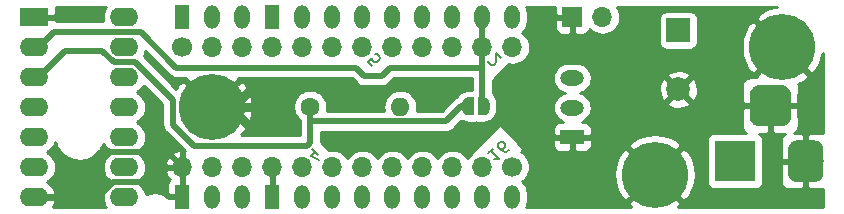
<source format=gbr>
G04 #@! TF.GenerationSoftware,KiCad,Pcbnew,(5.1.4)-1*
G04 #@! TF.CreationDate,2019-11-20T20:31:01+01:00*
G04 #@! TF.ProjectId,ArtNetNode1.2,4172744e-6574-44e6-9f64-65312e322e6b,rev?*
G04 #@! TF.SameCoordinates,Original*
G04 #@! TF.FileFunction,Copper,L2,Bot*
G04 #@! TF.FilePolarity,Positive*
%FSLAX46Y46*%
G04 Gerber Fmt 4.6, Leading zero omitted, Abs format (unit mm)*
G04 Created by KiCad (PCBNEW (5.1.4)-1) date 2019-11-20 20:31:01*
%MOMM*%
%LPD*%
G04 APERTURE LIST*
%ADD10C,0.150000*%
%ADD11R,2.000000X2.000000*%
%ADD12C,2.000000*%
%ADD13O,1.700000X1.700000*%
%ADD14R,1.700000X1.700000*%
%ADD15C,5.600000*%
%ADD16O,1.300000X2.000000*%
%ADD17R,1.300000X2.000000*%
%ADD18C,1.700000*%
%ADD19R,3.500000X3.500000*%
%ADD20C,0.100000*%
%ADD21C,3.000000*%
%ADD22C,3.500000*%
%ADD23O,2.000000X1.300000*%
%ADD24R,2.000000X1.300000*%
%ADD25C,1.600000*%
%ADD26O,1.600000X1.600000*%
%ADD27R,2.400000X1.600000*%
%ADD28O,2.400000X1.600000*%
%ADD29C,0.500000*%
%ADD30C,0.800000*%
%ADD31C,0.508000*%
%ADD32C,0.762000*%
%ADD33C,0.254000*%
G04 APERTURE END LIST*
D10*
X186746870Y-70096175D02*
X186275465Y-69624770D01*
X186847885Y-70533908D02*
X186174450Y-70197190D01*
X186612183Y-69759457D01*
X201582809Y-69557427D02*
X201178748Y-69961488D01*
X201380778Y-69759457D02*
X202087885Y-70466564D01*
X201919526Y-70432892D01*
X201784839Y-70432892D01*
X201683824Y-70466564D01*
X202896007Y-69658442D02*
X202761320Y-69793129D01*
X202660305Y-69826801D01*
X202592961Y-69826801D01*
X202424603Y-69793129D01*
X202256244Y-69692114D01*
X201986870Y-69422740D01*
X201953198Y-69321725D01*
X201953198Y-69254381D01*
X201986870Y-69153366D01*
X202121557Y-69018679D01*
X202222572Y-68985007D01*
X202289916Y-68985007D01*
X202390931Y-69018679D01*
X202559290Y-69187038D01*
X202592961Y-69288053D01*
X202592961Y-69355396D01*
X202559290Y-69456412D01*
X202424603Y-69591099D01*
X202323587Y-69624770D01*
X202256244Y-69624770D01*
X202155229Y-69591099D01*
X201178748Y-62118511D02*
X201178748Y-62185855D01*
X201212420Y-62286870D01*
X201380778Y-62455229D01*
X201481794Y-62488900D01*
X201549137Y-62488900D01*
X201650152Y-62455229D01*
X201717496Y-62387885D01*
X201784839Y-62253198D01*
X201784839Y-61445076D01*
X202222572Y-61882809D01*
X191321794Y-62556244D02*
X190985076Y-62219526D01*
X191288122Y-61849137D01*
X191288122Y-61916481D01*
X191321794Y-62017496D01*
X191490152Y-62185855D01*
X191591168Y-62219526D01*
X191658511Y-62219526D01*
X191759526Y-62185855D01*
X191927885Y-62017496D01*
X191961557Y-61916481D01*
X191961557Y-61849137D01*
X191927885Y-61748122D01*
X191759526Y-61579763D01*
X191658511Y-61546091D01*
X191591168Y-61546091D01*
D11*
X217259600Y-59546000D03*
D12*
X217259600Y-64546000D03*
D13*
X210820000Y-58420000D03*
D14*
X208280000Y-58420000D03*
D15*
X177800000Y-66040000D03*
D16*
X193050000Y-58420000D03*
X195590000Y-58420000D03*
X190510000Y-58420000D03*
X177810000Y-58420000D03*
X180350000Y-58420000D03*
D17*
X182890000Y-58420000D03*
D16*
X187970000Y-58420000D03*
X185430000Y-58420000D03*
X185430000Y-73660000D03*
X187970000Y-73660000D03*
X200670000Y-58420000D03*
X190510000Y-73660000D03*
X193050000Y-73660000D03*
X203210000Y-73660000D03*
X195590000Y-73660000D03*
X203210000Y-58420000D03*
X200670000Y-73660000D03*
D17*
X175270000Y-58420000D03*
D16*
X198130000Y-73660000D03*
X198130000Y-58420000D03*
D17*
X182890000Y-73660000D03*
D16*
X180350000Y-73660000D03*
X177810000Y-73660000D03*
D17*
X175270000Y-73660000D03*
D13*
X203200000Y-60960000D03*
X200660000Y-60960000D03*
X198120000Y-60960000D03*
X195580000Y-60960000D03*
X193040000Y-60960000D03*
X190500000Y-60960000D03*
X187960000Y-60960000D03*
X185420000Y-60960000D03*
X182880000Y-60960000D03*
X180340000Y-60960000D03*
X177800000Y-60960000D03*
D18*
X175260000Y-60960000D03*
D13*
X175260000Y-71120000D03*
X177800000Y-71120000D03*
X180340000Y-71120000D03*
X182880000Y-71120000D03*
X185420000Y-71120000D03*
X187960000Y-71120000D03*
X190500000Y-71120000D03*
X193040000Y-71120000D03*
X195580000Y-71120000D03*
X198120000Y-71120000D03*
X200660000Y-71120000D03*
D18*
X203200000Y-71120000D03*
D15*
X215265000Y-71755000D03*
X226060000Y-60960000D03*
D19*
X222044000Y-70612000D03*
D20*
G36*
X228867513Y-68865611D02*
G01*
X228940318Y-68876411D01*
X229011714Y-68894295D01*
X229081013Y-68919090D01*
X229147548Y-68950559D01*
X229210678Y-68988398D01*
X229269795Y-69032242D01*
X229324330Y-69081670D01*
X229373758Y-69136205D01*
X229417602Y-69195322D01*
X229455441Y-69258452D01*
X229486910Y-69324987D01*
X229511705Y-69394286D01*
X229529589Y-69465682D01*
X229540389Y-69538487D01*
X229544000Y-69612000D01*
X229544000Y-71612000D01*
X229540389Y-71685513D01*
X229529589Y-71758318D01*
X229511705Y-71829714D01*
X229486910Y-71899013D01*
X229455441Y-71965548D01*
X229417602Y-72028678D01*
X229373758Y-72087795D01*
X229324330Y-72142330D01*
X229269795Y-72191758D01*
X229210678Y-72235602D01*
X229147548Y-72273441D01*
X229081013Y-72304910D01*
X229011714Y-72329705D01*
X228940318Y-72347589D01*
X228867513Y-72358389D01*
X228794000Y-72362000D01*
X227294000Y-72362000D01*
X227220487Y-72358389D01*
X227147682Y-72347589D01*
X227076286Y-72329705D01*
X227006987Y-72304910D01*
X226940452Y-72273441D01*
X226877322Y-72235602D01*
X226818205Y-72191758D01*
X226763670Y-72142330D01*
X226714242Y-72087795D01*
X226670398Y-72028678D01*
X226632559Y-71965548D01*
X226601090Y-71899013D01*
X226576295Y-71829714D01*
X226558411Y-71758318D01*
X226547611Y-71685513D01*
X226544000Y-71612000D01*
X226544000Y-69612000D01*
X226547611Y-69538487D01*
X226558411Y-69465682D01*
X226576295Y-69394286D01*
X226601090Y-69324987D01*
X226632559Y-69258452D01*
X226670398Y-69195322D01*
X226714242Y-69136205D01*
X226763670Y-69081670D01*
X226818205Y-69032242D01*
X226877322Y-68988398D01*
X226940452Y-68950559D01*
X227006987Y-68919090D01*
X227076286Y-68894295D01*
X227147682Y-68876411D01*
X227220487Y-68865611D01*
X227294000Y-68862000D01*
X228794000Y-68862000D01*
X228867513Y-68865611D01*
X228867513Y-68865611D01*
G37*
D21*
X228044000Y-70612000D03*
D20*
G36*
X226004765Y-64166213D02*
G01*
X226089704Y-64178813D01*
X226172999Y-64199677D01*
X226253848Y-64228605D01*
X226331472Y-64265319D01*
X226405124Y-64309464D01*
X226474094Y-64360616D01*
X226537718Y-64418282D01*
X226595384Y-64481906D01*
X226646536Y-64550876D01*
X226690681Y-64624528D01*
X226727395Y-64702152D01*
X226756323Y-64783001D01*
X226777187Y-64866296D01*
X226789787Y-64951235D01*
X226794000Y-65037000D01*
X226794000Y-66787000D01*
X226789787Y-66872765D01*
X226777187Y-66957704D01*
X226756323Y-67040999D01*
X226727395Y-67121848D01*
X226690681Y-67199472D01*
X226646536Y-67273124D01*
X226595384Y-67342094D01*
X226537718Y-67405718D01*
X226474094Y-67463384D01*
X226405124Y-67514536D01*
X226331472Y-67558681D01*
X226253848Y-67595395D01*
X226172999Y-67624323D01*
X226089704Y-67645187D01*
X226004765Y-67657787D01*
X225919000Y-67662000D01*
X224169000Y-67662000D01*
X224083235Y-67657787D01*
X223998296Y-67645187D01*
X223915001Y-67624323D01*
X223834152Y-67595395D01*
X223756528Y-67558681D01*
X223682876Y-67514536D01*
X223613906Y-67463384D01*
X223550282Y-67405718D01*
X223492616Y-67342094D01*
X223441464Y-67273124D01*
X223397319Y-67199472D01*
X223360605Y-67121848D01*
X223331677Y-67040999D01*
X223310813Y-66957704D01*
X223298213Y-66872765D01*
X223294000Y-66787000D01*
X223294000Y-65037000D01*
X223298213Y-64951235D01*
X223310813Y-64866296D01*
X223331677Y-64783001D01*
X223360605Y-64702152D01*
X223397319Y-64624528D01*
X223441464Y-64550876D01*
X223492616Y-64481906D01*
X223550282Y-64418282D01*
X223613906Y-64360616D01*
X223682876Y-64309464D01*
X223756528Y-64265319D01*
X223834152Y-64228605D01*
X223915001Y-64199677D01*
X223998296Y-64178813D01*
X224083235Y-64166213D01*
X224169000Y-64162000D01*
X225919000Y-64162000D01*
X226004765Y-64166213D01*
X226004765Y-64166213D01*
G37*
D22*
X225044000Y-65912000D03*
D23*
X208280000Y-66080000D03*
X208280000Y-63580000D03*
D24*
X208280000Y-68580000D03*
D25*
X186093800Y-65997600D03*
D26*
X193713800Y-65997600D03*
D27*
X162725800Y-58420000D03*
D28*
X170345800Y-73660000D03*
X162725800Y-60960000D03*
X170345800Y-71120000D03*
X162725800Y-63500000D03*
X170345800Y-68580000D03*
X162725800Y-66040000D03*
X170345800Y-66040000D03*
X162725800Y-68580000D03*
X170345800Y-63500000D03*
X162725800Y-71120000D03*
X170345800Y-60960000D03*
X162725800Y-73660000D03*
X170345800Y-58420000D03*
D29*
X199470000Y-65970000D03*
D20*
G36*
X199970000Y-66720000D02*
G01*
X199470000Y-66720000D01*
X199470000Y-66719398D01*
X199445466Y-66719398D01*
X199396635Y-66714588D01*
X199348510Y-66705016D01*
X199301555Y-66690772D01*
X199256222Y-66671995D01*
X199212949Y-66648864D01*
X199172150Y-66621604D01*
X199134221Y-66590476D01*
X199099524Y-66555779D01*
X199068396Y-66517850D01*
X199041136Y-66477051D01*
X199018005Y-66433778D01*
X198999228Y-66388445D01*
X198984984Y-66341490D01*
X198975412Y-66293365D01*
X198970602Y-66244534D01*
X198970602Y-66220000D01*
X198970000Y-66220000D01*
X198970000Y-65720000D01*
X198970602Y-65720000D01*
X198970602Y-65695466D01*
X198975412Y-65646635D01*
X198984984Y-65598510D01*
X198999228Y-65551555D01*
X199018005Y-65506222D01*
X199041136Y-65462949D01*
X199068396Y-65422150D01*
X199099524Y-65384221D01*
X199134221Y-65349524D01*
X199172150Y-65318396D01*
X199212949Y-65291136D01*
X199256222Y-65268005D01*
X199301555Y-65249228D01*
X199348510Y-65234984D01*
X199396635Y-65225412D01*
X199445466Y-65220602D01*
X199470000Y-65220602D01*
X199470000Y-65220000D01*
X199970000Y-65220000D01*
X199970000Y-66720000D01*
X199970000Y-66720000D01*
G37*
D29*
X200770000Y-65970000D03*
D20*
G36*
X200770000Y-65220602D02*
G01*
X200794534Y-65220602D01*
X200843365Y-65225412D01*
X200891490Y-65234984D01*
X200938445Y-65249228D01*
X200983778Y-65268005D01*
X201027051Y-65291136D01*
X201067850Y-65318396D01*
X201105779Y-65349524D01*
X201140476Y-65384221D01*
X201171604Y-65422150D01*
X201198864Y-65462949D01*
X201221995Y-65506222D01*
X201240772Y-65551555D01*
X201255016Y-65598510D01*
X201264588Y-65646635D01*
X201269398Y-65695466D01*
X201269398Y-65720000D01*
X201270000Y-65720000D01*
X201270000Y-66220000D01*
X201269398Y-66220000D01*
X201269398Y-66244534D01*
X201264588Y-66293365D01*
X201255016Y-66341490D01*
X201240772Y-66388445D01*
X201221995Y-66433778D01*
X201198864Y-66477051D01*
X201171604Y-66517850D01*
X201140476Y-66555779D01*
X201105779Y-66590476D01*
X201067850Y-66621604D01*
X201027051Y-66648864D01*
X200983778Y-66671995D01*
X200938445Y-66690772D01*
X200891490Y-66705016D01*
X200843365Y-66714588D01*
X200794534Y-66719398D01*
X200770000Y-66719398D01*
X200770000Y-66720000D01*
X200270000Y-66720000D01*
X200270000Y-65220000D01*
X200770000Y-65220000D01*
X200770000Y-65220602D01*
X200770000Y-65220602D01*
G37*
D30*
X182626000Y-66548000D03*
X182626000Y-65278000D03*
X183896000Y-66548000D03*
X183896000Y-65278000D03*
D31*
X162725800Y-63483000D02*
X163125800Y-63483000D01*
X186093800Y-67128970D02*
X186093800Y-65997600D01*
X176238079Y-69294001D02*
X185858102Y-69294001D01*
X186093800Y-69058303D02*
X186093800Y-67128970D01*
X162725800Y-63500000D02*
X163125800Y-63500000D01*
X174466733Y-67522655D02*
X176238079Y-69294001D01*
X163125800Y-63500000D02*
X165329376Y-61296424D01*
X165329376Y-61296424D02*
X168496424Y-61296424D01*
X174466733Y-65447496D02*
X174466733Y-67522655D01*
X168496424Y-61296424D02*
X169445990Y-62245990D01*
X185858102Y-69294001D02*
X186093800Y-69058303D01*
X169445990Y-62245990D02*
X171265227Y-62245990D01*
X171265227Y-62245990D02*
X174466733Y-65447496D01*
X186216431Y-67251601D02*
X186093800Y-67128970D01*
X197588399Y-67251601D02*
X186216431Y-67251601D01*
X199470000Y-65970000D02*
X198870000Y-65970000D01*
X198870000Y-65970000D02*
X197588399Y-67251601D01*
X174112000Y-73660000D02*
X175270000Y-73660000D01*
X172857990Y-72405990D02*
X174112000Y-73660000D01*
X169426373Y-72405990D02*
X172857990Y-72405990D01*
X168172363Y-73660000D02*
X169426373Y-72405990D01*
X162725800Y-73660000D02*
X168172363Y-73660000D01*
X164433800Y-73660000D02*
X162725800Y-73660000D01*
X164592000Y-73660000D02*
X164433800Y-73660000D01*
X168386010Y-69865990D02*
X164592000Y-73660000D01*
X174005990Y-69865990D02*
X168386010Y-69865990D01*
X175260000Y-71120000D02*
X174005990Y-69865990D01*
D32*
X182118000Y-66040000D02*
X182626000Y-66548000D01*
X177800000Y-66040000D02*
X182118000Y-66040000D01*
X177800000Y-66040000D02*
X179578000Y-66040000D01*
X179578000Y-66040000D02*
X181102000Y-64516000D01*
X181864000Y-64516000D02*
X182626000Y-65278000D01*
X181102000Y-64516000D02*
X181864000Y-64516000D01*
X177800000Y-66040000D02*
X179324000Y-66040000D01*
X181102000Y-67818000D02*
X182626000Y-67818000D01*
X179324000Y-66040000D02*
X181102000Y-67818000D01*
D31*
X200670000Y-58770000D02*
X200670000Y-58420000D01*
X200648000Y-58442000D02*
X200670000Y-58420000D01*
X200648000Y-60054000D02*
X200648000Y-58442000D01*
X200648000Y-61578000D02*
X200648000Y-60054000D01*
X200648000Y-65642000D02*
X200902000Y-65896000D01*
X200648000Y-61578000D02*
X200648000Y-62692000D01*
X192838000Y-62692000D02*
X200648000Y-62692000D01*
X192130000Y-63400000D02*
X192838000Y-62692000D01*
X190670000Y-63400000D02*
X192130000Y-63400000D01*
X163125800Y-60960000D02*
X164411790Y-59674010D01*
X164411790Y-59674010D02*
X171734010Y-59674010D01*
X171734010Y-59674010D02*
X174760000Y-62700000D01*
X174760000Y-62700000D02*
X189970000Y-62700000D01*
X162725800Y-60960000D02*
X163125800Y-60960000D01*
X189970000Y-62700000D02*
X190670000Y-63400000D01*
X200648000Y-62692000D02*
X200648000Y-65970000D01*
D33*
G36*
X206791928Y-57570000D02*
G01*
X206795000Y-58134250D01*
X206953750Y-58293000D01*
X208153000Y-58293000D01*
X208153000Y-58273000D01*
X208407000Y-58273000D01*
X208407000Y-58293000D01*
X208427000Y-58293000D01*
X208427000Y-58547000D01*
X208407000Y-58547000D01*
X208407000Y-59746250D01*
X208565750Y-59905000D01*
X209130000Y-59908072D01*
X209254482Y-59895812D01*
X209374180Y-59859502D01*
X209484494Y-59800537D01*
X209581185Y-59721185D01*
X209660537Y-59624494D01*
X209719502Y-59514180D01*
X209740393Y-59445313D01*
X209764866Y-59475134D01*
X209990986Y-59660706D01*
X210248966Y-59798599D01*
X210528889Y-59883513D01*
X210747050Y-59905000D01*
X210892950Y-59905000D01*
X211111111Y-59883513D01*
X211391034Y-59798599D01*
X211649014Y-59660706D01*
X211875134Y-59475134D01*
X212060706Y-59249014D01*
X212198599Y-58991034D01*
X212283513Y-58711111D01*
X212299775Y-58546000D01*
X215621528Y-58546000D01*
X215621528Y-60546000D01*
X215633788Y-60670482D01*
X215670098Y-60790180D01*
X215729063Y-60900494D01*
X215808415Y-60997185D01*
X215905106Y-61076537D01*
X216015420Y-61135502D01*
X216135118Y-61171812D01*
X216259600Y-61184072D01*
X218259600Y-61184072D01*
X218384082Y-61171812D01*
X218503780Y-61135502D01*
X218614094Y-61076537D01*
X218710785Y-60997185D01*
X218748290Y-60951484D01*
X222608390Y-60951484D01*
X222673051Y-61625023D01*
X222867870Y-62273006D01*
X223185361Y-62870530D01*
X223194823Y-62884692D01*
X223643519Y-63196876D01*
X225880395Y-60960000D01*
X223643519Y-58723124D01*
X223194823Y-59035308D01*
X222874388Y-59631259D01*
X222676374Y-60278273D01*
X222608390Y-60951484D01*
X218748290Y-60951484D01*
X218790137Y-60900494D01*
X218849102Y-60790180D01*
X218885412Y-60670482D01*
X218897672Y-60546000D01*
X218897672Y-58546000D01*
X218885412Y-58421518D01*
X218849102Y-58301820D01*
X218790137Y-58191506D01*
X218710785Y-58094815D01*
X218614094Y-58015463D01*
X218503780Y-57956498D01*
X218384082Y-57920188D01*
X218259600Y-57907928D01*
X216259600Y-57907928D01*
X216135118Y-57920188D01*
X216015420Y-57956498D01*
X215905106Y-58015463D01*
X215808415Y-58094815D01*
X215729063Y-58191506D01*
X215670098Y-58301820D01*
X215633788Y-58421518D01*
X215621528Y-58546000D01*
X212299775Y-58546000D01*
X212312185Y-58420000D01*
X212283513Y-58128889D01*
X212198599Y-57848966D01*
X212060706Y-57590986D01*
X212031994Y-57556000D01*
X225572588Y-57556000D01*
X225394977Y-57573051D01*
X224746994Y-57767870D01*
X224149470Y-58085361D01*
X224135308Y-58094823D01*
X223823124Y-58543519D01*
X226060000Y-60780395D01*
X226074143Y-60766253D01*
X226253748Y-60945858D01*
X226239605Y-60960000D01*
X228476481Y-63196876D01*
X228925177Y-62884692D01*
X229245612Y-62288741D01*
X229443626Y-61641727D01*
X229464000Y-61439973D01*
X229464001Y-68224130D01*
X228329750Y-68227000D01*
X228171000Y-68385750D01*
X228171000Y-70485000D01*
X228191000Y-70485000D01*
X228191000Y-70739000D01*
X228171000Y-70739000D01*
X228171000Y-72838250D01*
X228329750Y-72997000D01*
X229464001Y-72999870D01*
X229464001Y-74524000D01*
X217256608Y-74524000D01*
X217501876Y-74171481D01*
X215265000Y-71934605D01*
X213028124Y-74171481D01*
X213273392Y-74524000D01*
X204392307Y-74524000D01*
X204402929Y-74504127D01*
X204476407Y-74261903D01*
X204495000Y-74073122D01*
X204495000Y-73246877D01*
X204476407Y-73058096D01*
X204402929Y-72815873D01*
X204283608Y-72592638D01*
X204123028Y-72396972D01*
X204050674Y-72337592D01*
X204146632Y-72273475D01*
X204353475Y-72066632D01*
X204515990Y-71823411D01*
X204547854Y-71746484D01*
X211813390Y-71746484D01*
X211878051Y-72420023D01*
X212072870Y-73068006D01*
X212390361Y-73665530D01*
X212399823Y-73679692D01*
X212848519Y-73991876D01*
X215085395Y-71755000D01*
X215444605Y-71755000D01*
X217681481Y-73991876D01*
X218130177Y-73679692D01*
X218450612Y-73083741D01*
X218648626Y-72436727D01*
X218716610Y-71763516D01*
X218651949Y-71089977D01*
X218457130Y-70441994D01*
X218139639Y-69844470D01*
X218130177Y-69830308D01*
X217681481Y-69518124D01*
X215444605Y-71755000D01*
X215085395Y-71755000D01*
X212848519Y-69518124D01*
X212399823Y-69830308D01*
X212079388Y-70426259D01*
X211881374Y-71073273D01*
X211813390Y-71746484D01*
X204547854Y-71746484D01*
X204627932Y-71553158D01*
X204685000Y-71266260D01*
X204685000Y-70973740D01*
X204627932Y-70686842D01*
X204515990Y-70416589D01*
X204353475Y-70173368D01*
X204146632Y-69966525D01*
X203928511Y-69820781D01*
X204181595Y-69567697D01*
X203843898Y-69230000D01*
X206641928Y-69230000D01*
X206654188Y-69354482D01*
X206690498Y-69474180D01*
X206749463Y-69584494D01*
X206828815Y-69681185D01*
X206925506Y-69760537D01*
X207035820Y-69819502D01*
X207155518Y-69855812D01*
X207280000Y-69868072D01*
X207994250Y-69865000D01*
X208153000Y-69706250D01*
X208153000Y-68707000D01*
X208407000Y-68707000D01*
X208407000Y-69706250D01*
X208565750Y-69865000D01*
X209280000Y-69868072D01*
X209404482Y-69855812D01*
X209524180Y-69819502D01*
X209634494Y-69760537D01*
X209731185Y-69681185D01*
X209810537Y-69584494D01*
X209869502Y-69474180D01*
X209905812Y-69354482D01*
X209907384Y-69338519D01*
X213028124Y-69338519D01*
X215265000Y-71575395D01*
X217501876Y-69338519D01*
X217189692Y-68889823D01*
X217137947Y-68862000D01*
X219655928Y-68862000D01*
X219655928Y-72362000D01*
X219668188Y-72486482D01*
X219704498Y-72606180D01*
X219763463Y-72716494D01*
X219842815Y-72813185D01*
X219939506Y-72892537D01*
X220049820Y-72951502D01*
X220169518Y-72987812D01*
X220294000Y-73000072D01*
X223794000Y-73000072D01*
X223918482Y-72987812D01*
X224038180Y-72951502D01*
X224148494Y-72892537D01*
X224245185Y-72813185D01*
X224324537Y-72716494D01*
X224383502Y-72606180D01*
X224419812Y-72486482D01*
X224432072Y-72362000D01*
X225905928Y-72362000D01*
X225918188Y-72486482D01*
X225954498Y-72606180D01*
X226013463Y-72716494D01*
X226092815Y-72813185D01*
X226189506Y-72892537D01*
X226299820Y-72951502D01*
X226419518Y-72987812D01*
X226544000Y-73000072D01*
X227758250Y-72997000D01*
X227917000Y-72838250D01*
X227917000Y-70739000D01*
X226067750Y-70739000D01*
X225909000Y-70897750D01*
X225905928Y-72362000D01*
X224432072Y-72362000D01*
X224432072Y-68862000D01*
X224419812Y-68737518D01*
X224383502Y-68617820D01*
X224324537Y-68507506D01*
X224245185Y-68410815D01*
X224148494Y-68331463D01*
X224086655Y-68298409D01*
X224758250Y-68297000D01*
X224917000Y-68138250D01*
X224917000Y-66039000D01*
X225171000Y-66039000D01*
X225171000Y-68138250D01*
X225329750Y-68297000D01*
X226250367Y-68298931D01*
X226189506Y-68331463D01*
X226092815Y-68410815D01*
X226013463Y-68507506D01*
X225954498Y-68617820D01*
X225918188Y-68737518D01*
X225905928Y-68862000D01*
X225909000Y-70326250D01*
X226067750Y-70485000D01*
X227917000Y-70485000D01*
X227917000Y-68385750D01*
X227758250Y-68227000D01*
X227087195Y-68225302D01*
X227148494Y-68192537D01*
X227245185Y-68113185D01*
X227324537Y-68016494D01*
X227383502Y-67906180D01*
X227419812Y-67786482D01*
X227432072Y-67662000D01*
X227429000Y-66197750D01*
X227270250Y-66039000D01*
X225171000Y-66039000D01*
X224917000Y-66039000D01*
X222817750Y-66039000D01*
X222659000Y-66197750D01*
X222655928Y-67662000D01*
X222668188Y-67786482D01*
X222704498Y-67906180D01*
X222763463Y-68016494D01*
X222842815Y-68113185D01*
X222939506Y-68192537D01*
X222998233Y-68223928D01*
X220294000Y-68223928D01*
X220169518Y-68236188D01*
X220049820Y-68272498D01*
X219939506Y-68331463D01*
X219842815Y-68410815D01*
X219763463Y-68507506D01*
X219704498Y-68617820D01*
X219668188Y-68737518D01*
X219655928Y-68862000D01*
X217137947Y-68862000D01*
X216593741Y-68569388D01*
X215946727Y-68371374D01*
X215273516Y-68303390D01*
X214599977Y-68368051D01*
X213951994Y-68562870D01*
X213354470Y-68880361D01*
X213340308Y-68889823D01*
X213028124Y-69338519D01*
X209907384Y-69338519D01*
X209918072Y-69230000D01*
X209915000Y-68865750D01*
X209756250Y-68707000D01*
X208407000Y-68707000D01*
X208153000Y-68707000D01*
X206803750Y-68707000D01*
X206645000Y-68865750D01*
X206641928Y-69230000D01*
X203843898Y-69230000D01*
X202116843Y-67502945D01*
X199765882Y-69853907D01*
X199809172Y-69897197D01*
X199604866Y-70064866D01*
X199419294Y-70290986D01*
X199390000Y-70345791D01*
X199360706Y-70290986D01*
X199175134Y-70064866D01*
X198949014Y-69879294D01*
X198691034Y-69741401D01*
X198411111Y-69656487D01*
X198192950Y-69635000D01*
X198047050Y-69635000D01*
X197828889Y-69656487D01*
X197548966Y-69741401D01*
X197290986Y-69879294D01*
X197064866Y-70064866D01*
X196879294Y-70290986D01*
X196850000Y-70345791D01*
X196820706Y-70290986D01*
X196635134Y-70064866D01*
X196409014Y-69879294D01*
X196151034Y-69741401D01*
X195871111Y-69656487D01*
X195652950Y-69635000D01*
X195507050Y-69635000D01*
X195288889Y-69656487D01*
X195008966Y-69741401D01*
X194750986Y-69879294D01*
X194524866Y-70064866D01*
X194339294Y-70290986D01*
X194310000Y-70345791D01*
X194280706Y-70290986D01*
X194095134Y-70064866D01*
X193869014Y-69879294D01*
X193611034Y-69741401D01*
X193331111Y-69656487D01*
X193112950Y-69635000D01*
X192967050Y-69635000D01*
X192748889Y-69656487D01*
X192468966Y-69741401D01*
X192210986Y-69879294D01*
X191984866Y-70064866D01*
X191799294Y-70290986D01*
X191770000Y-70345791D01*
X191740706Y-70290986D01*
X191555134Y-70064866D01*
X191329014Y-69879294D01*
X191071034Y-69741401D01*
X190791111Y-69656487D01*
X190572950Y-69635000D01*
X190427050Y-69635000D01*
X190208889Y-69656487D01*
X189928966Y-69741401D01*
X189670986Y-69879294D01*
X189444866Y-70064866D01*
X189259294Y-70290986D01*
X189230000Y-70345791D01*
X189200706Y-70290986D01*
X189015134Y-70064866D01*
X188789014Y-69879294D01*
X188531034Y-69741401D01*
X188251111Y-69656487D01*
X188032950Y-69635000D01*
X187887050Y-69635000D01*
X187682203Y-69655176D01*
X186982800Y-68955773D01*
X186982800Y-68140601D01*
X197544739Y-68140601D01*
X197588399Y-68144901D01*
X197632059Y-68140601D01*
X197632066Y-68140601D01*
X197762673Y-68127737D01*
X197930250Y-68076904D01*
X198084690Y-67994354D01*
X198220058Y-67883260D01*
X198247898Y-67849337D01*
X198896706Y-67200530D01*
X198990125Y-67250464D01*
X199080681Y-67287973D01*
X199200377Y-67324282D01*
X199296510Y-67343404D01*
X199420991Y-67355664D01*
X199445550Y-67355664D01*
X199470000Y-67358072D01*
X199970000Y-67358072D01*
X200094482Y-67345812D01*
X200120000Y-67338071D01*
X200145518Y-67345812D01*
X200270000Y-67358072D01*
X200770000Y-67358072D01*
X200794450Y-67355664D01*
X200819009Y-67355664D01*
X200943490Y-67343404D01*
X201039623Y-67324282D01*
X201159319Y-67287973D01*
X201249875Y-67250464D01*
X201360192Y-67191498D01*
X201441691Y-67137042D01*
X201538382Y-67057690D01*
X201607690Y-66988382D01*
X201687042Y-66891691D01*
X201741498Y-66810192D01*
X201800464Y-66699875D01*
X201837973Y-66609319D01*
X201874282Y-66489623D01*
X201893404Y-66393490D01*
X201905664Y-66269009D01*
X201905664Y-66244450D01*
X201908072Y-66220000D01*
X201908072Y-65720000D01*
X201905664Y-65695550D01*
X201905664Y-65670991D01*
X201893404Y-65546510D01*
X201874282Y-65450377D01*
X201837973Y-65330681D01*
X201800464Y-65240125D01*
X201741498Y-65129808D01*
X201687042Y-65048309D01*
X201607690Y-64951618D01*
X201538382Y-64882310D01*
X201537000Y-64881176D01*
X201537000Y-63806292D01*
X201538868Y-63808160D01*
X201767027Y-63580000D01*
X206638783Y-63580000D01*
X206663593Y-63831904D01*
X206737071Y-64074127D01*
X206856392Y-64297362D01*
X207016972Y-64493028D01*
X207212638Y-64653608D01*
X207435873Y-64772929D01*
X207624010Y-64830000D01*
X207435873Y-64887071D01*
X207212638Y-65006392D01*
X207016972Y-65166972D01*
X206856392Y-65362638D01*
X206737071Y-65585873D01*
X206663593Y-65828096D01*
X206638783Y-66080000D01*
X206663593Y-66331904D01*
X206737071Y-66574127D01*
X206856392Y-66797362D01*
X207016972Y-66993028D01*
X207212638Y-67153608D01*
X207435873Y-67272929D01*
X207501647Y-67292881D01*
X207280000Y-67291928D01*
X207155518Y-67304188D01*
X207035820Y-67340498D01*
X206925506Y-67399463D01*
X206828815Y-67478815D01*
X206749463Y-67575506D01*
X206690498Y-67685820D01*
X206654188Y-67805518D01*
X206641928Y-67930000D01*
X206645000Y-68294250D01*
X206803750Y-68453000D01*
X208153000Y-68453000D01*
X208153000Y-68433000D01*
X208407000Y-68433000D01*
X208407000Y-68453000D01*
X209756250Y-68453000D01*
X209915000Y-68294250D01*
X209918072Y-67930000D01*
X209905812Y-67805518D01*
X209869502Y-67685820D01*
X209810537Y-67575506D01*
X209731185Y-67478815D01*
X209634494Y-67399463D01*
X209524180Y-67340498D01*
X209404482Y-67304188D01*
X209280000Y-67291928D01*
X209058353Y-67292881D01*
X209124127Y-67272929D01*
X209347362Y-67153608D01*
X209543028Y-66993028D01*
X209703608Y-66797362D01*
X209822929Y-66574127D01*
X209896407Y-66331904D01*
X209921217Y-66080000D01*
X209896407Y-65828096D01*
X209851911Y-65681413D01*
X216303792Y-65681413D01*
X216399556Y-65945814D01*
X216689171Y-66086704D01*
X217000708Y-66168384D01*
X217322195Y-66187718D01*
X217641275Y-66143961D01*
X217945688Y-66038795D01*
X218119644Y-65945814D01*
X218215408Y-65681413D01*
X217259600Y-64725605D01*
X216303792Y-65681413D01*
X209851911Y-65681413D01*
X209822929Y-65585873D01*
X209703608Y-65362638D01*
X209543028Y-65166972D01*
X209347362Y-65006392D01*
X209124127Y-64887071D01*
X208935990Y-64830000D01*
X209124127Y-64772929D01*
X209347362Y-64653608D01*
X209402210Y-64608595D01*
X215617882Y-64608595D01*
X215661639Y-64927675D01*
X215766805Y-65232088D01*
X215859786Y-65406044D01*
X216124187Y-65501808D01*
X217079995Y-64546000D01*
X217439205Y-64546000D01*
X218395013Y-65501808D01*
X218659414Y-65406044D01*
X218800304Y-65116429D01*
X218881984Y-64804892D01*
X218901318Y-64483405D01*
X218857561Y-64164325D01*
X218856758Y-64162000D01*
X222655928Y-64162000D01*
X222659000Y-65626250D01*
X222817750Y-65785000D01*
X224917000Y-65785000D01*
X224917000Y-65765000D01*
X225171000Y-65765000D01*
X225171000Y-65785000D01*
X227270250Y-65785000D01*
X227429000Y-65626250D01*
X227432072Y-64162000D01*
X227428211Y-64122797D01*
X227970530Y-63834639D01*
X227984692Y-63825177D01*
X228296876Y-63376481D01*
X226060000Y-61139605D01*
X223823124Y-63376481D01*
X223926635Y-63525255D01*
X223294000Y-63523928D01*
X223169518Y-63536188D01*
X223049820Y-63572498D01*
X222939506Y-63631463D01*
X222842815Y-63710815D01*
X222763463Y-63807506D01*
X222704498Y-63917820D01*
X222668188Y-64037518D01*
X222655928Y-64162000D01*
X218856758Y-64162000D01*
X218752395Y-63859912D01*
X218659414Y-63685956D01*
X218395013Y-63590192D01*
X217439205Y-64546000D01*
X217079995Y-64546000D01*
X216124187Y-63590192D01*
X215859786Y-63685956D01*
X215718896Y-63975571D01*
X215637216Y-64287108D01*
X215617882Y-64608595D01*
X209402210Y-64608595D01*
X209543028Y-64493028D01*
X209703608Y-64297362D01*
X209822929Y-64074127D01*
X209896407Y-63831904D01*
X209921217Y-63580000D01*
X209904532Y-63410587D01*
X216303792Y-63410587D01*
X217259600Y-64366395D01*
X218215408Y-63410587D01*
X218119644Y-63146186D01*
X217830029Y-63005296D01*
X217518492Y-62923616D01*
X217197005Y-62904282D01*
X216877925Y-62948039D01*
X216573512Y-63053205D01*
X216399556Y-63146186D01*
X216303792Y-63410587D01*
X209904532Y-63410587D01*
X209896407Y-63328096D01*
X209822929Y-63085873D01*
X209703608Y-62862638D01*
X209543028Y-62666972D01*
X209347362Y-62506392D01*
X209124127Y-62387071D01*
X208881904Y-62313593D01*
X208693123Y-62295000D01*
X207866877Y-62295000D01*
X207678096Y-62313593D01*
X207435873Y-62387071D01*
X207212638Y-62506392D01*
X207016972Y-62666972D01*
X206856392Y-62862638D01*
X206737071Y-63085873D01*
X206663593Y-63328096D01*
X206638783Y-63580000D01*
X201767027Y-63580000D01*
X202922203Y-62424824D01*
X203127050Y-62445000D01*
X203272950Y-62445000D01*
X203491111Y-62423513D01*
X203771034Y-62338599D01*
X204029014Y-62200706D01*
X204255134Y-62015134D01*
X204440706Y-61789014D01*
X204578599Y-61531034D01*
X204663513Y-61251111D01*
X204692185Y-60960000D01*
X204663513Y-60668889D01*
X204578599Y-60388966D01*
X204440706Y-60130986D01*
X204255134Y-59904866D01*
X204053926Y-59739739D01*
X204123028Y-59683028D01*
X204283608Y-59487362D01*
X204399789Y-59270000D01*
X206791928Y-59270000D01*
X206804188Y-59394482D01*
X206840498Y-59514180D01*
X206899463Y-59624494D01*
X206978815Y-59721185D01*
X207075506Y-59800537D01*
X207185820Y-59859502D01*
X207305518Y-59895812D01*
X207430000Y-59908072D01*
X207994250Y-59905000D01*
X208153000Y-59746250D01*
X208153000Y-58547000D01*
X206953750Y-58547000D01*
X206795000Y-58705750D01*
X206791928Y-59270000D01*
X204399789Y-59270000D01*
X204402929Y-59264127D01*
X204476407Y-59021903D01*
X204495000Y-58833122D01*
X204495000Y-58006877D01*
X204476407Y-57818096D01*
X204402929Y-57575873D01*
X204392307Y-57556000D01*
X206793307Y-57556000D01*
X206791928Y-57570000D01*
X206791928Y-57570000D01*
G37*
X206791928Y-57570000D02*
X206795000Y-58134250D01*
X206953750Y-58293000D01*
X208153000Y-58293000D01*
X208153000Y-58273000D01*
X208407000Y-58273000D01*
X208407000Y-58293000D01*
X208427000Y-58293000D01*
X208427000Y-58547000D01*
X208407000Y-58547000D01*
X208407000Y-59746250D01*
X208565750Y-59905000D01*
X209130000Y-59908072D01*
X209254482Y-59895812D01*
X209374180Y-59859502D01*
X209484494Y-59800537D01*
X209581185Y-59721185D01*
X209660537Y-59624494D01*
X209719502Y-59514180D01*
X209740393Y-59445313D01*
X209764866Y-59475134D01*
X209990986Y-59660706D01*
X210248966Y-59798599D01*
X210528889Y-59883513D01*
X210747050Y-59905000D01*
X210892950Y-59905000D01*
X211111111Y-59883513D01*
X211391034Y-59798599D01*
X211649014Y-59660706D01*
X211875134Y-59475134D01*
X212060706Y-59249014D01*
X212198599Y-58991034D01*
X212283513Y-58711111D01*
X212299775Y-58546000D01*
X215621528Y-58546000D01*
X215621528Y-60546000D01*
X215633788Y-60670482D01*
X215670098Y-60790180D01*
X215729063Y-60900494D01*
X215808415Y-60997185D01*
X215905106Y-61076537D01*
X216015420Y-61135502D01*
X216135118Y-61171812D01*
X216259600Y-61184072D01*
X218259600Y-61184072D01*
X218384082Y-61171812D01*
X218503780Y-61135502D01*
X218614094Y-61076537D01*
X218710785Y-60997185D01*
X218748290Y-60951484D01*
X222608390Y-60951484D01*
X222673051Y-61625023D01*
X222867870Y-62273006D01*
X223185361Y-62870530D01*
X223194823Y-62884692D01*
X223643519Y-63196876D01*
X225880395Y-60960000D01*
X223643519Y-58723124D01*
X223194823Y-59035308D01*
X222874388Y-59631259D01*
X222676374Y-60278273D01*
X222608390Y-60951484D01*
X218748290Y-60951484D01*
X218790137Y-60900494D01*
X218849102Y-60790180D01*
X218885412Y-60670482D01*
X218897672Y-60546000D01*
X218897672Y-58546000D01*
X218885412Y-58421518D01*
X218849102Y-58301820D01*
X218790137Y-58191506D01*
X218710785Y-58094815D01*
X218614094Y-58015463D01*
X218503780Y-57956498D01*
X218384082Y-57920188D01*
X218259600Y-57907928D01*
X216259600Y-57907928D01*
X216135118Y-57920188D01*
X216015420Y-57956498D01*
X215905106Y-58015463D01*
X215808415Y-58094815D01*
X215729063Y-58191506D01*
X215670098Y-58301820D01*
X215633788Y-58421518D01*
X215621528Y-58546000D01*
X212299775Y-58546000D01*
X212312185Y-58420000D01*
X212283513Y-58128889D01*
X212198599Y-57848966D01*
X212060706Y-57590986D01*
X212031994Y-57556000D01*
X225572588Y-57556000D01*
X225394977Y-57573051D01*
X224746994Y-57767870D01*
X224149470Y-58085361D01*
X224135308Y-58094823D01*
X223823124Y-58543519D01*
X226060000Y-60780395D01*
X226074143Y-60766253D01*
X226253748Y-60945858D01*
X226239605Y-60960000D01*
X228476481Y-63196876D01*
X228925177Y-62884692D01*
X229245612Y-62288741D01*
X229443626Y-61641727D01*
X229464000Y-61439973D01*
X229464001Y-68224130D01*
X228329750Y-68227000D01*
X228171000Y-68385750D01*
X228171000Y-70485000D01*
X228191000Y-70485000D01*
X228191000Y-70739000D01*
X228171000Y-70739000D01*
X228171000Y-72838250D01*
X228329750Y-72997000D01*
X229464001Y-72999870D01*
X229464001Y-74524000D01*
X217256608Y-74524000D01*
X217501876Y-74171481D01*
X215265000Y-71934605D01*
X213028124Y-74171481D01*
X213273392Y-74524000D01*
X204392307Y-74524000D01*
X204402929Y-74504127D01*
X204476407Y-74261903D01*
X204495000Y-74073122D01*
X204495000Y-73246877D01*
X204476407Y-73058096D01*
X204402929Y-72815873D01*
X204283608Y-72592638D01*
X204123028Y-72396972D01*
X204050674Y-72337592D01*
X204146632Y-72273475D01*
X204353475Y-72066632D01*
X204515990Y-71823411D01*
X204547854Y-71746484D01*
X211813390Y-71746484D01*
X211878051Y-72420023D01*
X212072870Y-73068006D01*
X212390361Y-73665530D01*
X212399823Y-73679692D01*
X212848519Y-73991876D01*
X215085395Y-71755000D01*
X215444605Y-71755000D01*
X217681481Y-73991876D01*
X218130177Y-73679692D01*
X218450612Y-73083741D01*
X218648626Y-72436727D01*
X218716610Y-71763516D01*
X218651949Y-71089977D01*
X218457130Y-70441994D01*
X218139639Y-69844470D01*
X218130177Y-69830308D01*
X217681481Y-69518124D01*
X215444605Y-71755000D01*
X215085395Y-71755000D01*
X212848519Y-69518124D01*
X212399823Y-69830308D01*
X212079388Y-70426259D01*
X211881374Y-71073273D01*
X211813390Y-71746484D01*
X204547854Y-71746484D01*
X204627932Y-71553158D01*
X204685000Y-71266260D01*
X204685000Y-70973740D01*
X204627932Y-70686842D01*
X204515990Y-70416589D01*
X204353475Y-70173368D01*
X204146632Y-69966525D01*
X203928511Y-69820781D01*
X204181595Y-69567697D01*
X203843898Y-69230000D01*
X206641928Y-69230000D01*
X206654188Y-69354482D01*
X206690498Y-69474180D01*
X206749463Y-69584494D01*
X206828815Y-69681185D01*
X206925506Y-69760537D01*
X207035820Y-69819502D01*
X207155518Y-69855812D01*
X207280000Y-69868072D01*
X207994250Y-69865000D01*
X208153000Y-69706250D01*
X208153000Y-68707000D01*
X208407000Y-68707000D01*
X208407000Y-69706250D01*
X208565750Y-69865000D01*
X209280000Y-69868072D01*
X209404482Y-69855812D01*
X209524180Y-69819502D01*
X209634494Y-69760537D01*
X209731185Y-69681185D01*
X209810537Y-69584494D01*
X209869502Y-69474180D01*
X209905812Y-69354482D01*
X209907384Y-69338519D01*
X213028124Y-69338519D01*
X215265000Y-71575395D01*
X217501876Y-69338519D01*
X217189692Y-68889823D01*
X217137947Y-68862000D01*
X219655928Y-68862000D01*
X219655928Y-72362000D01*
X219668188Y-72486482D01*
X219704498Y-72606180D01*
X219763463Y-72716494D01*
X219842815Y-72813185D01*
X219939506Y-72892537D01*
X220049820Y-72951502D01*
X220169518Y-72987812D01*
X220294000Y-73000072D01*
X223794000Y-73000072D01*
X223918482Y-72987812D01*
X224038180Y-72951502D01*
X224148494Y-72892537D01*
X224245185Y-72813185D01*
X224324537Y-72716494D01*
X224383502Y-72606180D01*
X224419812Y-72486482D01*
X224432072Y-72362000D01*
X225905928Y-72362000D01*
X225918188Y-72486482D01*
X225954498Y-72606180D01*
X226013463Y-72716494D01*
X226092815Y-72813185D01*
X226189506Y-72892537D01*
X226299820Y-72951502D01*
X226419518Y-72987812D01*
X226544000Y-73000072D01*
X227758250Y-72997000D01*
X227917000Y-72838250D01*
X227917000Y-70739000D01*
X226067750Y-70739000D01*
X225909000Y-70897750D01*
X225905928Y-72362000D01*
X224432072Y-72362000D01*
X224432072Y-68862000D01*
X224419812Y-68737518D01*
X224383502Y-68617820D01*
X224324537Y-68507506D01*
X224245185Y-68410815D01*
X224148494Y-68331463D01*
X224086655Y-68298409D01*
X224758250Y-68297000D01*
X224917000Y-68138250D01*
X224917000Y-66039000D01*
X225171000Y-66039000D01*
X225171000Y-68138250D01*
X225329750Y-68297000D01*
X226250367Y-68298931D01*
X226189506Y-68331463D01*
X226092815Y-68410815D01*
X226013463Y-68507506D01*
X225954498Y-68617820D01*
X225918188Y-68737518D01*
X225905928Y-68862000D01*
X225909000Y-70326250D01*
X226067750Y-70485000D01*
X227917000Y-70485000D01*
X227917000Y-68385750D01*
X227758250Y-68227000D01*
X227087195Y-68225302D01*
X227148494Y-68192537D01*
X227245185Y-68113185D01*
X227324537Y-68016494D01*
X227383502Y-67906180D01*
X227419812Y-67786482D01*
X227432072Y-67662000D01*
X227429000Y-66197750D01*
X227270250Y-66039000D01*
X225171000Y-66039000D01*
X224917000Y-66039000D01*
X222817750Y-66039000D01*
X222659000Y-66197750D01*
X222655928Y-67662000D01*
X222668188Y-67786482D01*
X222704498Y-67906180D01*
X222763463Y-68016494D01*
X222842815Y-68113185D01*
X222939506Y-68192537D01*
X222998233Y-68223928D01*
X220294000Y-68223928D01*
X220169518Y-68236188D01*
X220049820Y-68272498D01*
X219939506Y-68331463D01*
X219842815Y-68410815D01*
X219763463Y-68507506D01*
X219704498Y-68617820D01*
X219668188Y-68737518D01*
X219655928Y-68862000D01*
X217137947Y-68862000D01*
X216593741Y-68569388D01*
X215946727Y-68371374D01*
X215273516Y-68303390D01*
X214599977Y-68368051D01*
X213951994Y-68562870D01*
X213354470Y-68880361D01*
X213340308Y-68889823D01*
X213028124Y-69338519D01*
X209907384Y-69338519D01*
X209918072Y-69230000D01*
X209915000Y-68865750D01*
X209756250Y-68707000D01*
X208407000Y-68707000D01*
X208153000Y-68707000D01*
X206803750Y-68707000D01*
X206645000Y-68865750D01*
X206641928Y-69230000D01*
X203843898Y-69230000D01*
X202116843Y-67502945D01*
X199765882Y-69853907D01*
X199809172Y-69897197D01*
X199604866Y-70064866D01*
X199419294Y-70290986D01*
X199390000Y-70345791D01*
X199360706Y-70290986D01*
X199175134Y-70064866D01*
X198949014Y-69879294D01*
X198691034Y-69741401D01*
X198411111Y-69656487D01*
X198192950Y-69635000D01*
X198047050Y-69635000D01*
X197828889Y-69656487D01*
X197548966Y-69741401D01*
X197290986Y-69879294D01*
X197064866Y-70064866D01*
X196879294Y-70290986D01*
X196850000Y-70345791D01*
X196820706Y-70290986D01*
X196635134Y-70064866D01*
X196409014Y-69879294D01*
X196151034Y-69741401D01*
X195871111Y-69656487D01*
X195652950Y-69635000D01*
X195507050Y-69635000D01*
X195288889Y-69656487D01*
X195008966Y-69741401D01*
X194750986Y-69879294D01*
X194524866Y-70064866D01*
X194339294Y-70290986D01*
X194310000Y-70345791D01*
X194280706Y-70290986D01*
X194095134Y-70064866D01*
X193869014Y-69879294D01*
X193611034Y-69741401D01*
X193331111Y-69656487D01*
X193112950Y-69635000D01*
X192967050Y-69635000D01*
X192748889Y-69656487D01*
X192468966Y-69741401D01*
X192210986Y-69879294D01*
X191984866Y-70064866D01*
X191799294Y-70290986D01*
X191770000Y-70345791D01*
X191740706Y-70290986D01*
X191555134Y-70064866D01*
X191329014Y-69879294D01*
X191071034Y-69741401D01*
X190791111Y-69656487D01*
X190572950Y-69635000D01*
X190427050Y-69635000D01*
X190208889Y-69656487D01*
X189928966Y-69741401D01*
X189670986Y-69879294D01*
X189444866Y-70064866D01*
X189259294Y-70290986D01*
X189230000Y-70345791D01*
X189200706Y-70290986D01*
X189015134Y-70064866D01*
X188789014Y-69879294D01*
X188531034Y-69741401D01*
X188251111Y-69656487D01*
X188032950Y-69635000D01*
X187887050Y-69635000D01*
X187682203Y-69655176D01*
X186982800Y-68955773D01*
X186982800Y-68140601D01*
X197544739Y-68140601D01*
X197588399Y-68144901D01*
X197632059Y-68140601D01*
X197632066Y-68140601D01*
X197762673Y-68127737D01*
X197930250Y-68076904D01*
X198084690Y-67994354D01*
X198220058Y-67883260D01*
X198247898Y-67849337D01*
X198896706Y-67200530D01*
X198990125Y-67250464D01*
X199080681Y-67287973D01*
X199200377Y-67324282D01*
X199296510Y-67343404D01*
X199420991Y-67355664D01*
X199445550Y-67355664D01*
X199470000Y-67358072D01*
X199970000Y-67358072D01*
X200094482Y-67345812D01*
X200120000Y-67338071D01*
X200145518Y-67345812D01*
X200270000Y-67358072D01*
X200770000Y-67358072D01*
X200794450Y-67355664D01*
X200819009Y-67355664D01*
X200943490Y-67343404D01*
X201039623Y-67324282D01*
X201159319Y-67287973D01*
X201249875Y-67250464D01*
X201360192Y-67191498D01*
X201441691Y-67137042D01*
X201538382Y-67057690D01*
X201607690Y-66988382D01*
X201687042Y-66891691D01*
X201741498Y-66810192D01*
X201800464Y-66699875D01*
X201837973Y-66609319D01*
X201874282Y-66489623D01*
X201893404Y-66393490D01*
X201905664Y-66269009D01*
X201905664Y-66244450D01*
X201908072Y-66220000D01*
X201908072Y-65720000D01*
X201905664Y-65695550D01*
X201905664Y-65670991D01*
X201893404Y-65546510D01*
X201874282Y-65450377D01*
X201837973Y-65330681D01*
X201800464Y-65240125D01*
X201741498Y-65129808D01*
X201687042Y-65048309D01*
X201607690Y-64951618D01*
X201538382Y-64882310D01*
X201537000Y-64881176D01*
X201537000Y-63806292D01*
X201538868Y-63808160D01*
X201767027Y-63580000D01*
X206638783Y-63580000D01*
X206663593Y-63831904D01*
X206737071Y-64074127D01*
X206856392Y-64297362D01*
X207016972Y-64493028D01*
X207212638Y-64653608D01*
X207435873Y-64772929D01*
X207624010Y-64830000D01*
X207435873Y-64887071D01*
X207212638Y-65006392D01*
X207016972Y-65166972D01*
X206856392Y-65362638D01*
X206737071Y-65585873D01*
X206663593Y-65828096D01*
X206638783Y-66080000D01*
X206663593Y-66331904D01*
X206737071Y-66574127D01*
X206856392Y-66797362D01*
X207016972Y-66993028D01*
X207212638Y-67153608D01*
X207435873Y-67272929D01*
X207501647Y-67292881D01*
X207280000Y-67291928D01*
X207155518Y-67304188D01*
X207035820Y-67340498D01*
X206925506Y-67399463D01*
X206828815Y-67478815D01*
X206749463Y-67575506D01*
X206690498Y-67685820D01*
X206654188Y-67805518D01*
X206641928Y-67930000D01*
X206645000Y-68294250D01*
X206803750Y-68453000D01*
X208153000Y-68453000D01*
X208153000Y-68433000D01*
X208407000Y-68433000D01*
X208407000Y-68453000D01*
X209756250Y-68453000D01*
X209915000Y-68294250D01*
X209918072Y-67930000D01*
X209905812Y-67805518D01*
X209869502Y-67685820D01*
X209810537Y-67575506D01*
X209731185Y-67478815D01*
X209634494Y-67399463D01*
X209524180Y-67340498D01*
X209404482Y-67304188D01*
X209280000Y-67291928D01*
X209058353Y-67292881D01*
X209124127Y-67272929D01*
X209347362Y-67153608D01*
X209543028Y-66993028D01*
X209703608Y-66797362D01*
X209822929Y-66574127D01*
X209896407Y-66331904D01*
X209921217Y-66080000D01*
X209896407Y-65828096D01*
X209851911Y-65681413D01*
X216303792Y-65681413D01*
X216399556Y-65945814D01*
X216689171Y-66086704D01*
X217000708Y-66168384D01*
X217322195Y-66187718D01*
X217641275Y-66143961D01*
X217945688Y-66038795D01*
X218119644Y-65945814D01*
X218215408Y-65681413D01*
X217259600Y-64725605D01*
X216303792Y-65681413D01*
X209851911Y-65681413D01*
X209822929Y-65585873D01*
X209703608Y-65362638D01*
X209543028Y-65166972D01*
X209347362Y-65006392D01*
X209124127Y-64887071D01*
X208935990Y-64830000D01*
X209124127Y-64772929D01*
X209347362Y-64653608D01*
X209402210Y-64608595D01*
X215617882Y-64608595D01*
X215661639Y-64927675D01*
X215766805Y-65232088D01*
X215859786Y-65406044D01*
X216124187Y-65501808D01*
X217079995Y-64546000D01*
X217439205Y-64546000D01*
X218395013Y-65501808D01*
X218659414Y-65406044D01*
X218800304Y-65116429D01*
X218881984Y-64804892D01*
X218901318Y-64483405D01*
X218857561Y-64164325D01*
X218856758Y-64162000D01*
X222655928Y-64162000D01*
X222659000Y-65626250D01*
X222817750Y-65785000D01*
X224917000Y-65785000D01*
X224917000Y-65765000D01*
X225171000Y-65765000D01*
X225171000Y-65785000D01*
X227270250Y-65785000D01*
X227429000Y-65626250D01*
X227432072Y-64162000D01*
X227428211Y-64122797D01*
X227970530Y-63834639D01*
X227984692Y-63825177D01*
X228296876Y-63376481D01*
X226060000Y-61139605D01*
X223823124Y-63376481D01*
X223926635Y-63525255D01*
X223294000Y-63523928D01*
X223169518Y-63536188D01*
X223049820Y-63572498D01*
X222939506Y-63631463D01*
X222842815Y-63710815D01*
X222763463Y-63807506D01*
X222704498Y-63917820D01*
X222668188Y-64037518D01*
X222655928Y-64162000D01*
X218856758Y-64162000D01*
X218752395Y-63859912D01*
X218659414Y-63685956D01*
X218395013Y-63590192D01*
X217439205Y-64546000D01*
X217079995Y-64546000D01*
X216124187Y-63590192D01*
X215859786Y-63685956D01*
X215718896Y-63975571D01*
X215637216Y-64287108D01*
X215617882Y-64608595D01*
X209402210Y-64608595D01*
X209543028Y-64493028D01*
X209703608Y-64297362D01*
X209822929Y-64074127D01*
X209896407Y-63831904D01*
X209921217Y-63580000D01*
X209904532Y-63410587D01*
X216303792Y-63410587D01*
X217259600Y-64366395D01*
X218215408Y-63410587D01*
X218119644Y-63146186D01*
X217830029Y-63005296D01*
X217518492Y-62923616D01*
X217197005Y-62904282D01*
X216877925Y-62948039D01*
X216573512Y-63053205D01*
X216399556Y-63146186D01*
X216303792Y-63410587D01*
X209904532Y-63410587D01*
X209896407Y-63328096D01*
X209822929Y-63085873D01*
X209703608Y-62862638D01*
X209543028Y-62666972D01*
X209347362Y-62506392D01*
X209124127Y-62387071D01*
X208881904Y-62313593D01*
X208693123Y-62295000D01*
X207866877Y-62295000D01*
X207678096Y-62313593D01*
X207435873Y-62387071D01*
X207212638Y-62506392D01*
X207016972Y-62666972D01*
X206856392Y-62862638D01*
X206737071Y-63085873D01*
X206663593Y-63328096D01*
X206638783Y-63580000D01*
X201767027Y-63580000D01*
X202922203Y-62424824D01*
X203127050Y-62445000D01*
X203272950Y-62445000D01*
X203491111Y-62423513D01*
X203771034Y-62338599D01*
X204029014Y-62200706D01*
X204255134Y-62015134D01*
X204440706Y-61789014D01*
X204578599Y-61531034D01*
X204663513Y-61251111D01*
X204692185Y-60960000D01*
X204663513Y-60668889D01*
X204578599Y-60388966D01*
X204440706Y-60130986D01*
X204255134Y-59904866D01*
X204053926Y-59739739D01*
X204123028Y-59683028D01*
X204283608Y-59487362D01*
X204399789Y-59270000D01*
X206791928Y-59270000D01*
X206804188Y-59394482D01*
X206840498Y-59514180D01*
X206899463Y-59624494D01*
X206978815Y-59721185D01*
X207075506Y-59800537D01*
X207185820Y-59859502D01*
X207305518Y-59895812D01*
X207430000Y-59908072D01*
X207994250Y-59905000D01*
X208153000Y-59746250D01*
X208153000Y-58547000D01*
X206953750Y-58547000D01*
X206795000Y-58705750D01*
X206791928Y-59270000D01*
X204399789Y-59270000D01*
X204402929Y-59264127D01*
X204476407Y-59021903D01*
X204495000Y-58833122D01*
X204495000Y-58006877D01*
X204476407Y-57818096D01*
X204402929Y-57575873D01*
X204392307Y-57556000D01*
X206793307Y-57556000D01*
X206791928Y-57570000D01*
G36*
X164533872Y-69185132D02*
G01*
X164557450Y-69240142D01*
X164580232Y-69295417D01*
X164584615Y-69303523D01*
X164727904Y-69564166D01*
X164761692Y-69613513D01*
X164794804Y-69663350D01*
X164800678Y-69670450D01*
X164991864Y-69898296D01*
X165034561Y-69940107D01*
X165076753Y-69982595D01*
X165083894Y-69988419D01*
X165315695Y-70174792D01*
X165365742Y-70207542D01*
X165415343Y-70240998D01*
X165423479Y-70245324D01*
X165687066Y-70383123D01*
X165742508Y-70405522D01*
X165797672Y-70428712D01*
X165806494Y-70431375D01*
X166091824Y-70515353D01*
X166150578Y-70526561D01*
X166209182Y-70538591D01*
X166218354Y-70539490D01*
X166514561Y-70566447D01*
X166574379Y-70566029D01*
X166634196Y-70566447D01*
X166643367Y-70565548D01*
X166939171Y-70534458D01*
X166997768Y-70522429D01*
X167056530Y-70511220D01*
X167065352Y-70508556D01*
X167349483Y-70420602D01*
X167404615Y-70397427D01*
X167460089Y-70375014D01*
X167468226Y-70370687D01*
X167729862Y-70229221D01*
X167779429Y-70195788D01*
X167829508Y-70163017D01*
X167836649Y-70157193D01*
X168065824Y-69967603D01*
X168107946Y-69925185D01*
X168150716Y-69883303D01*
X168156590Y-69876202D01*
X168344576Y-69645708D01*
X168377691Y-69595866D01*
X168411475Y-69546526D01*
X168415858Y-69538419D01*
X168555494Y-69275801D01*
X168578288Y-69220499D01*
X168601854Y-69165516D01*
X168604579Y-69156713D01*
X168612856Y-69129297D01*
X168613618Y-69131808D01*
X168746868Y-69381101D01*
X168926192Y-69599608D01*
X169144699Y-69778932D01*
X169277658Y-69850000D01*
X169144699Y-69921068D01*
X168926192Y-70100392D01*
X168746868Y-70318899D01*
X168613618Y-70568192D01*
X168531564Y-70838691D01*
X168503857Y-71120000D01*
X168531564Y-71401309D01*
X168613618Y-71671808D01*
X168746868Y-71921101D01*
X168926192Y-72139608D01*
X169144699Y-72318932D01*
X169277658Y-72390000D01*
X169144699Y-72461068D01*
X168926192Y-72640392D01*
X168746868Y-72858899D01*
X168613618Y-73108192D01*
X168531564Y-73378691D01*
X168503857Y-73660000D01*
X168531564Y-73941309D01*
X168613618Y-74211808D01*
X168746868Y-74461101D01*
X168798488Y-74524000D01*
X164271867Y-74524000D01*
X164389515Y-74351646D01*
X164500167Y-74091818D01*
X164517704Y-74009039D01*
X164395715Y-73787000D01*
X162852800Y-73787000D01*
X162852800Y-73807000D01*
X162598800Y-73807000D01*
X162598800Y-73787000D01*
X162578800Y-73787000D01*
X162578800Y-73533000D01*
X162598800Y-73533000D01*
X162598800Y-73513000D01*
X162852800Y-73513000D01*
X162852800Y-73533000D01*
X164395715Y-73533000D01*
X164517704Y-73310961D01*
X164500167Y-73228182D01*
X164389515Y-72968354D01*
X164230300Y-72735105D01*
X164028639Y-72537399D01*
X163799059Y-72387265D01*
X163926901Y-72318932D01*
X164145408Y-72139608D01*
X164324732Y-71921101D01*
X164457982Y-71671808D01*
X164540036Y-71401309D01*
X164567743Y-71120000D01*
X164540036Y-70838691D01*
X164457982Y-70568192D01*
X164324732Y-70318899D01*
X164145408Y-70100392D01*
X163926901Y-69921068D01*
X163793942Y-69850000D01*
X163926901Y-69778932D01*
X164145408Y-69599608D01*
X164324732Y-69381101D01*
X164457982Y-69131808D01*
X164486810Y-69036774D01*
X164533872Y-69185132D01*
X164533872Y-69185132D01*
G37*
X164533872Y-69185132D02*
X164557450Y-69240142D01*
X164580232Y-69295417D01*
X164584615Y-69303523D01*
X164727904Y-69564166D01*
X164761692Y-69613513D01*
X164794804Y-69663350D01*
X164800678Y-69670450D01*
X164991864Y-69898296D01*
X165034561Y-69940107D01*
X165076753Y-69982595D01*
X165083894Y-69988419D01*
X165315695Y-70174792D01*
X165365742Y-70207542D01*
X165415343Y-70240998D01*
X165423479Y-70245324D01*
X165687066Y-70383123D01*
X165742508Y-70405522D01*
X165797672Y-70428712D01*
X165806494Y-70431375D01*
X166091824Y-70515353D01*
X166150578Y-70526561D01*
X166209182Y-70538591D01*
X166218354Y-70539490D01*
X166514561Y-70566447D01*
X166574379Y-70566029D01*
X166634196Y-70566447D01*
X166643367Y-70565548D01*
X166939171Y-70534458D01*
X166997768Y-70522429D01*
X167056530Y-70511220D01*
X167065352Y-70508556D01*
X167349483Y-70420602D01*
X167404615Y-70397427D01*
X167460089Y-70375014D01*
X167468226Y-70370687D01*
X167729862Y-70229221D01*
X167779429Y-70195788D01*
X167829508Y-70163017D01*
X167836649Y-70157193D01*
X168065824Y-69967603D01*
X168107946Y-69925185D01*
X168150716Y-69883303D01*
X168156590Y-69876202D01*
X168344576Y-69645708D01*
X168377691Y-69595866D01*
X168411475Y-69546526D01*
X168415858Y-69538419D01*
X168555494Y-69275801D01*
X168578288Y-69220499D01*
X168601854Y-69165516D01*
X168604579Y-69156713D01*
X168612856Y-69129297D01*
X168613618Y-69131808D01*
X168746868Y-69381101D01*
X168926192Y-69599608D01*
X169144699Y-69778932D01*
X169277658Y-69850000D01*
X169144699Y-69921068D01*
X168926192Y-70100392D01*
X168746868Y-70318899D01*
X168613618Y-70568192D01*
X168531564Y-70838691D01*
X168503857Y-71120000D01*
X168531564Y-71401309D01*
X168613618Y-71671808D01*
X168746868Y-71921101D01*
X168926192Y-72139608D01*
X169144699Y-72318932D01*
X169277658Y-72390000D01*
X169144699Y-72461068D01*
X168926192Y-72640392D01*
X168746868Y-72858899D01*
X168613618Y-73108192D01*
X168531564Y-73378691D01*
X168503857Y-73660000D01*
X168531564Y-73941309D01*
X168613618Y-74211808D01*
X168746868Y-74461101D01*
X168798488Y-74524000D01*
X164271867Y-74524000D01*
X164389515Y-74351646D01*
X164500167Y-74091818D01*
X164517704Y-74009039D01*
X164395715Y-73787000D01*
X162852800Y-73787000D01*
X162852800Y-73807000D01*
X162598800Y-73807000D01*
X162598800Y-73787000D01*
X162578800Y-73787000D01*
X162578800Y-73533000D01*
X162598800Y-73533000D01*
X162598800Y-73513000D01*
X162852800Y-73513000D01*
X162852800Y-73533000D01*
X164395715Y-73533000D01*
X164517704Y-73310961D01*
X164500167Y-73228182D01*
X164389515Y-72968354D01*
X164230300Y-72735105D01*
X164028639Y-72537399D01*
X163799059Y-72387265D01*
X163926901Y-72318932D01*
X164145408Y-72139608D01*
X164324732Y-71921101D01*
X164457982Y-71671808D01*
X164540036Y-71401309D01*
X164567743Y-71120000D01*
X164540036Y-70838691D01*
X164457982Y-70568192D01*
X164324732Y-70318899D01*
X164145408Y-70100392D01*
X163926901Y-69921068D01*
X163793942Y-69850000D01*
X163926901Y-69778932D01*
X164145408Y-69599608D01*
X164324732Y-69381101D01*
X164457982Y-69131808D01*
X164486810Y-69036774D01*
X164533872Y-69185132D01*
G36*
X183007000Y-70993000D02*
G01*
X183027000Y-70993000D01*
X183027000Y-71247000D01*
X183007000Y-71247000D01*
X183007000Y-72440155D01*
X183017000Y-72445432D01*
X183017000Y-73533000D01*
X183037000Y-73533000D01*
X183037000Y-73787000D01*
X183017000Y-73787000D01*
X183017000Y-73807000D01*
X182763000Y-73807000D01*
X182763000Y-73787000D01*
X182743000Y-73787000D01*
X182743000Y-73533000D01*
X182763000Y-73533000D01*
X182763000Y-72183750D01*
X182753000Y-72173750D01*
X182753000Y-71247000D01*
X182733000Y-71247000D01*
X182733000Y-70993000D01*
X182753000Y-70993000D01*
X182753000Y-70973000D01*
X183007000Y-70973000D01*
X183007000Y-70993000D01*
X183007000Y-70993000D01*
G37*
X183007000Y-70993000D02*
X183027000Y-70993000D01*
X183027000Y-71247000D01*
X183007000Y-71247000D01*
X183007000Y-72440155D01*
X183017000Y-72445432D01*
X183017000Y-73533000D01*
X183037000Y-73533000D01*
X183037000Y-73787000D01*
X183017000Y-73787000D01*
X183017000Y-73807000D01*
X182763000Y-73807000D01*
X182763000Y-73787000D01*
X182743000Y-73787000D01*
X182743000Y-73533000D01*
X182763000Y-73533000D01*
X182763000Y-72183750D01*
X182753000Y-72173750D01*
X182753000Y-71247000D01*
X182733000Y-71247000D01*
X182733000Y-70993000D01*
X182753000Y-70993000D01*
X182753000Y-70973000D01*
X183007000Y-70973000D01*
X183007000Y-70993000D01*
G36*
X173577733Y-65815732D02*
G01*
X173577734Y-67478985D01*
X173573433Y-67522655D01*
X173590597Y-67696929D01*
X173641431Y-67864507D01*
X173723981Y-68018946D01*
X173787732Y-68096626D01*
X173835075Y-68154314D01*
X173868992Y-68182149D01*
X175452252Y-69765409D01*
X175387000Y-69799845D01*
X175387000Y-70993000D01*
X175407000Y-70993000D01*
X175407000Y-71247000D01*
X175387000Y-71247000D01*
X175387000Y-72440155D01*
X175397000Y-72445432D01*
X175397000Y-73533000D01*
X175417000Y-73533000D01*
X175417000Y-73787000D01*
X175397000Y-73787000D01*
X175397000Y-73807000D01*
X175143000Y-73807000D01*
X175143000Y-73787000D01*
X175123000Y-73787000D01*
X175123000Y-73533000D01*
X175143000Y-73533000D01*
X175143000Y-72183750D01*
X175133000Y-72173750D01*
X175133000Y-71247000D01*
X173939186Y-71247000D01*
X173818519Y-71476891D01*
X173915843Y-71751252D01*
X174064822Y-72001355D01*
X174216528Y-72169658D01*
X174168815Y-72208815D01*
X174089463Y-72305506D01*
X174030498Y-72415820D01*
X173994188Y-72535518D01*
X173981928Y-72660000D01*
X173985000Y-73374250D01*
X174143748Y-73532998D01*
X173985000Y-73532998D01*
X173985000Y-73541877D01*
X173983315Y-73540740D01*
X173975186Y-73536418D01*
X173975181Y-73536415D01*
X173975176Y-73536413D01*
X173755524Y-73421582D01*
X173700058Y-73399173D01*
X173644919Y-73375994D01*
X173636097Y-73373330D01*
X173398321Y-73303348D01*
X173339559Y-73292139D01*
X173280962Y-73280110D01*
X173271791Y-73279211D01*
X173024951Y-73256747D01*
X172965135Y-73257165D01*
X172905318Y-73256747D01*
X172896147Y-73257646D01*
X172649644Y-73283554D01*
X172591028Y-73295586D01*
X172532284Y-73306792D01*
X172523462Y-73309456D01*
X172286686Y-73382751D01*
X172231555Y-73405926D01*
X172176080Y-73428339D01*
X172167944Y-73432666D01*
X172165483Y-73433997D01*
X172160036Y-73378691D01*
X172077982Y-73108192D01*
X171944732Y-72858899D01*
X171765408Y-72640392D01*
X171546901Y-72461068D01*
X171413942Y-72390000D01*
X171546901Y-72318932D01*
X171765408Y-72139608D01*
X171944732Y-71921101D01*
X172077982Y-71671808D01*
X172160036Y-71401309D01*
X172187743Y-71120000D01*
X172160036Y-70838691D01*
X172137109Y-70763109D01*
X173818519Y-70763109D01*
X173939186Y-70993000D01*
X175133000Y-70993000D01*
X175133000Y-69799845D01*
X174903110Y-69678524D01*
X174755901Y-69723175D01*
X174493080Y-69848359D01*
X174259731Y-70022412D01*
X174064822Y-70238645D01*
X173915843Y-70488748D01*
X173818519Y-70763109D01*
X172137109Y-70763109D01*
X172077982Y-70568192D01*
X171944732Y-70318899D01*
X171765408Y-70100392D01*
X171546901Y-69921068D01*
X171413942Y-69850000D01*
X171546901Y-69778932D01*
X171765408Y-69599608D01*
X171944732Y-69381101D01*
X172077982Y-69131808D01*
X172160036Y-68861309D01*
X172187743Y-68580000D01*
X172160036Y-68298691D01*
X172077982Y-68028192D01*
X171944732Y-67778899D01*
X171765408Y-67560392D01*
X171546901Y-67381068D01*
X171413942Y-67310000D01*
X171546901Y-67238932D01*
X171765408Y-67059608D01*
X171944732Y-66841101D01*
X172077982Y-66591808D01*
X172160036Y-66321309D01*
X172187743Y-66040000D01*
X172160036Y-65758691D01*
X172077982Y-65488192D01*
X171944732Y-65238899D01*
X171765408Y-65020392D01*
X171546901Y-64841068D01*
X171413942Y-64770000D01*
X171546901Y-64698932D01*
X171765408Y-64519608D01*
X171944732Y-64301101D01*
X171985964Y-64223962D01*
X173577733Y-65815732D01*
X173577733Y-65815732D01*
G37*
X173577733Y-65815732D02*
X173577734Y-67478985D01*
X173573433Y-67522655D01*
X173590597Y-67696929D01*
X173641431Y-67864507D01*
X173723981Y-68018946D01*
X173787732Y-68096626D01*
X173835075Y-68154314D01*
X173868992Y-68182149D01*
X175452252Y-69765409D01*
X175387000Y-69799845D01*
X175387000Y-70993000D01*
X175407000Y-70993000D01*
X175407000Y-71247000D01*
X175387000Y-71247000D01*
X175387000Y-72440155D01*
X175397000Y-72445432D01*
X175397000Y-73533000D01*
X175417000Y-73533000D01*
X175417000Y-73787000D01*
X175397000Y-73787000D01*
X175397000Y-73807000D01*
X175143000Y-73807000D01*
X175143000Y-73787000D01*
X175123000Y-73787000D01*
X175123000Y-73533000D01*
X175143000Y-73533000D01*
X175143000Y-72183750D01*
X175133000Y-72173750D01*
X175133000Y-71247000D01*
X173939186Y-71247000D01*
X173818519Y-71476891D01*
X173915843Y-71751252D01*
X174064822Y-72001355D01*
X174216528Y-72169658D01*
X174168815Y-72208815D01*
X174089463Y-72305506D01*
X174030498Y-72415820D01*
X173994188Y-72535518D01*
X173981928Y-72660000D01*
X173985000Y-73374250D01*
X174143748Y-73532998D01*
X173985000Y-73532998D01*
X173985000Y-73541877D01*
X173983315Y-73540740D01*
X173975186Y-73536418D01*
X173975181Y-73536415D01*
X173975176Y-73536413D01*
X173755524Y-73421582D01*
X173700058Y-73399173D01*
X173644919Y-73375994D01*
X173636097Y-73373330D01*
X173398321Y-73303348D01*
X173339559Y-73292139D01*
X173280962Y-73280110D01*
X173271791Y-73279211D01*
X173024951Y-73256747D01*
X172965135Y-73257165D01*
X172905318Y-73256747D01*
X172896147Y-73257646D01*
X172649644Y-73283554D01*
X172591028Y-73295586D01*
X172532284Y-73306792D01*
X172523462Y-73309456D01*
X172286686Y-73382751D01*
X172231555Y-73405926D01*
X172176080Y-73428339D01*
X172167944Y-73432666D01*
X172165483Y-73433997D01*
X172160036Y-73378691D01*
X172077982Y-73108192D01*
X171944732Y-72858899D01*
X171765408Y-72640392D01*
X171546901Y-72461068D01*
X171413942Y-72390000D01*
X171546901Y-72318932D01*
X171765408Y-72139608D01*
X171944732Y-71921101D01*
X172077982Y-71671808D01*
X172160036Y-71401309D01*
X172187743Y-71120000D01*
X172160036Y-70838691D01*
X172137109Y-70763109D01*
X173818519Y-70763109D01*
X173939186Y-70993000D01*
X175133000Y-70993000D01*
X175133000Y-69799845D01*
X174903110Y-69678524D01*
X174755901Y-69723175D01*
X174493080Y-69848359D01*
X174259731Y-70022412D01*
X174064822Y-70238645D01*
X173915843Y-70488748D01*
X173818519Y-70763109D01*
X172137109Y-70763109D01*
X172077982Y-70568192D01*
X171944732Y-70318899D01*
X171765408Y-70100392D01*
X171546901Y-69921068D01*
X171413942Y-69850000D01*
X171546901Y-69778932D01*
X171765408Y-69599608D01*
X171944732Y-69381101D01*
X172077982Y-69131808D01*
X172160036Y-68861309D01*
X172187743Y-68580000D01*
X172160036Y-68298691D01*
X172077982Y-68028192D01*
X171944732Y-67778899D01*
X171765408Y-67560392D01*
X171546901Y-67381068D01*
X171413942Y-67310000D01*
X171546901Y-67238932D01*
X171765408Y-67059608D01*
X171944732Y-66841101D01*
X172077982Y-66591808D01*
X172160036Y-66321309D01*
X172187743Y-66040000D01*
X172160036Y-65758691D01*
X172077982Y-65488192D01*
X171944732Y-65238899D01*
X171765408Y-65020392D01*
X171546901Y-64841068D01*
X171413942Y-64770000D01*
X171546901Y-64698932D01*
X171765408Y-64519608D01*
X171944732Y-64301101D01*
X171985964Y-64223962D01*
X173577733Y-65815732D01*
G36*
X174100504Y-63297740D02*
G01*
X174128341Y-63331659D01*
X174263709Y-63442753D01*
X174403182Y-63517303D01*
X174415577Y-63523928D01*
X174418149Y-63525303D01*
X174454033Y-63536188D01*
X174585724Y-63576136D01*
X174618924Y-63579406D01*
X174716333Y-63589000D01*
X174716339Y-63589000D01*
X174759999Y-63593300D01*
X174803659Y-63589000D01*
X175587141Y-63589000D01*
X175563124Y-63623519D01*
X177800000Y-65860395D01*
X180036876Y-63623519D01*
X180012859Y-63589000D01*
X189601765Y-63589000D01*
X190010505Y-63997741D01*
X190038341Y-64031659D01*
X190173709Y-64142753D01*
X190328149Y-64225303D01*
X190385672Y-64242752D01*
X190495724Y-64276136D01*
X190528924Y-64279406D01*
X190626333Y-64289000D01*
X190626339Y-64289000D01*
X190669999Y-64293300D01*
X190713659Y-64289000D01*
X192086340Y-64289000D01*
X192130000Y-64293300D01*
X192173660Y-64289000D01*
X192173667Y-64289000D01*
X192304274Y-64276136D01*
X192471851Y-64225303D01*
X192626291Y-64142753D01*
X192761659Y-64031659D01*
X192789498Y-63997737D01*
X193206236Y-63581000D01*
X199759000Y-63581000D01*
X199759001Y-64581928D01*
X199470000Y-64581928D01*
X199445550Y-64584336D01*
X199420991Y-64584336D01*
X199296510Y-64596596D01*
X199200377Y-64615718D01*
X199080681Y-64652027D01*
X198990125Y-64689536D01*
X198879808Y-64748502D01*
X198798309Y-64802958D01*
X198701618Y-64882310D01*
X198632310Y-64951618D01*
X198552958Y-65048309D01*
X198498502Y-65129808D01*
X198475502Y-65172837D01*
X198373709Y-65227247D01*
X198238341Y-65338341D01*
X198210506Y-65372259D01*
X197220164Y-66362601D01*
X195102649Y-66362601D01*
X195128036Y-66278909D01*
X195155743Y-65997600D01*
X195128036Y-65716291D01*
X195045982Y-65445792D01*
X194912732Y-65196499D01*
X194733408Y-64977992D01*
X194514901Y-64798668D01*
X194265608Y-64665418D01*
X193995109Y-64583364D01*
X193784292Y-64562600D01*
X193643308Y-64562600D01*
X193432491Y-64583364D01*
X193161992Y-64665418D01*
X192912699Y-64798668D01*
X192694192Y-64977992D01*
X192514868Y-65196499D01*
X192381618Y-65445792D01*
X192299564Y-65716291D01*
X192271857Y-65997600D01*
X192299564Y-66278909D01*
X192324951Y-66362601D01*
X187484309Y-66362601D01*
X187528800Y-66138935D01*
X187528800Y-65856265D01*
X187473653Y-65579026D01*
X187365480Y-65317873D01*
X187208437Y-65082841D01*
X187008559Y-64882963D01*
X186773527Y-64725920D01*
X186512374Y-64617747D01*
X186235135Y-64562600D01*
X185952465Y-64562600D01*
X185675226Y-64617747D01*
X185414073Y-64725920D01*
X185179041Y-64882963D01*
X184979163Y-65082841D01*
X184822120Y-65317873D01*
X184713947Y-65579026D01*
X184658800Y-65856265D01*
X184658800Y-66138935D01*
X184713947Y-66416174D01*
X184822120Y-66677327D01*
X184979163Y-66912359D01*
X185179041Y-67112237D01*
X185200721Y-67126723D01*
X185200500Y-67128970D01*
X185204800Y-67172630D01*
X185204800Y-67172636D01*
X185204801Y-67172646D01*
X185204800Y-68405001D01*
X180315459Y-68405001D01*
X180330034Y-68390426D01*
X180216483Y-68276875D01*
X180665177Y-67964692D01*
X180985612Y-67368741D01*
X181183626Y-66721727D01*
X181251610Y-66048516D01*
X181186949Y-65374977D01*
X180992130Y-64726994D01*
X180674639Y-64129470D01*
X180665177Y-64115308D01*
X180216481Y-63803124D01*
X177979605Y-66040000D01*
X177993748Y-66054143D01*
X177814143Y-66233748D01*
X177800000Y-66219605D01*
X177785858Y-66233748D01*
X177606253Y-66054143D01*
X177620395Y-66040000D01*
X175383519Y-63803124D01*
X174934823Y-64115308D01*
X174744936Y-64468463D01*
X171977071Y-61700599D01*
X172077982Y-61511808D01*
X172133047Y-61330282D01*
X174100504Y-63297740D01*
X174100504Y-63297740D01*
G37*
X174100504Y-63297740D02*
X174128341Y-63331659D01*
X174263709Y-63442753D01*
X174403182Y-63517303D01*
X174415577Y-63523928D01*
X174418149Y-63525303D01*
X174454033Y-63536188D01*
X174585724Y-63576136D01*
X174618924Y-63579406D01*
X174716333Y-63589000D01*
X174716339Y-63589000D01*
X174759999Y-63593300D01*
X174803659Y-63589000D01*
X175587141Y-63589000D01*
X175563124Y-63623519D01*
X177800000Y-65860395D01*
X180036876Y-63623519D01*
X180012859Y-63589000D01*
X189601765Y-63589000D01*
X190010505Y-63997741D01*
X190038341Y-64031659D01*
X190173709Y-64142753D01*
X190328149Y-64225303D01*
X190385672Y-64242752D01*
X190495724Y-64276136D01*
X190528924Y-64279406D01*
X190626333Y-64289000D01*
X190626339Y-64289000D01*
X190669999Y-64293300D01*
X190713659Y-64289000D01*
X192086340Y-64289000D01*
X192130000Y-64293300D01*
X192173660Y-64289000D01*
X192173667Y-64289000D01*
X192304274Y-64276136D01*
X192471851Y-64225303D01*
X192626291Y-64142753D01*
X192761659Y-64031659D01*
X192789498Y-63997737D01*
X193206236Y-63581000D01*
X199759000Y-63581000D01*
X199759001Y-64581928D01*
X199470000Y-64581928D01*
X199445550Y-64584336D01*
X199420991Y-64584336D01*
X199296510Y-64596596D01*
X199200377Y-64615718D01*
X199080681Y-64652027D01*
X198990125Y-64689536D01*
X198879808Y-64748502D01*
X198798309Y-64802958D01*
X198701618Y-64882310D01*
X198632310Y-64951618D01*
X198552958Y-65048309D01*
X198498502Y-65129808D01*
X198475502Y-65172837D01*
X198373709Y-65227247D01*
X198238341Y-65338341D01*
X198210506Y-65372259D01*
X197220164Y-66362601D01*
X195102649Y-66362601D01*
X195128036Y-66278909D01*
X195155743Y-65997600D01*
X195128036Y-65716291D01*
X195045982Y-65445792D01*
X194912732Y-65196499D01*
X194733408Y-64977992D01*
X194514901Y-64798668D01*
X194265608Y-64665418D01*
X193995109Y-64583364D01*
X193784292Y-64562600D01*
X193643308Y-64562600D01*
X193432491Y-64583364D01*
X193161992Y-64665418D01*
X192912699Y-64798668D01*
X192694192Y-64977992D01*
X192514868Y-65196499D01*
X192381618Y-65445792D01*
X192299564Y-65716291D01*
X192271857Y-65997600D01*
X192299564Y-66278909D01*
X192324951Y-66362601D01*
X187484309Y-66362601D01*
X187528800Y-66138935D01*
X187528800Y-65856265D01*
X187473653Y-65579026D01*
X187365480Y-65317873D01*
X187208437Y-65082841D01*
X187008559Y-64882963D01*
X186773527Y-64725920D01*
X186512374Y-64617747D01*
X186235135Y-64562600D01*
X185952465Y-64562600D01*
X185675226Y-64617747D01*
X185414073Y-64725920D01*
X185179041Y-64882963D01*
X184979163Y-65082841D01*
X184822120Y-65317873D01*
X184713947Y-65579026D01*
X184658800Y-65856265D01*
X184658800Y-66138935D01*
X184713947Y-66416174D01*
X184822120Y-66677327D01*
X184979163Y-66912359D01*
X185179041Y-67112237D01*
X185200721Y-67126723D01*
X185200500Y-67128970D01*
X185204800Y-67172630D01*
X185204800Y-67172636D01*
X185204801Y-67172646D01*
X185204800Y-68405001D01*
X180315459Y-68405001D01*
X180330034Y-68390426D01*
X180216483Y-68276875D01*
X180665177Y-67964692D01*
X180985612Y-67368741D01*
X181183626Y-66721727D01*
X181251610Y-66048516D01*
X181186949Y-65374977D01*
X180992130Y-64726994D01*
X180674639Y-64129470D01*
X180665177Y-64115308D01*
X180216481Y-63803124D01*
X177979605Y-66040000D01*
X177993748Y-66054143D01*
X177814143Y-66233748D01*
X177800000Y-66219605D01*
X177785858Y-66233748D01*
X177606253Y-66054143D01*
X177620395Y-66040000D01*
X175383519Y-63803124D01*
X174934823Y-64115308D01*
X174744936Y-64468463D01*
X171977071Y-61700599D01*
X172077982Y-61511808D01*
X172133047Y-61330282D01*
X174100504Y-63297740D01*
G36*
X168746868Y-57618899D02*
G01*
X168613618Y-57868192D01*
X168531564Y-58138691D01*
X168503857Y-58420000D01*
X168531564Y-58701309D01*
X168556954Y-58785010D01*
X164561273Y-58785010D01*
X164560800Y-58705750D01*
X164402050Y-58547000D01*
X162852800Y-58547000D01*
X162852800Y-58567000D01*
X162598800Y-58567000D01*
X162598800Y-58547000D01*
X162578800Y-58547000D01*
X162578800Y-58293000D01*
X162598800Y-58293000D01*
X162598800Y-58273000D01*
X162852800Y-58273000D01*
X162852800Y-58293000D01*
X164402050Y-58293000D01*
X164560800Y-58134250D01*
X164563872Y-57620000D01*
X164557569Y-57556000D01*
X168798488Y-57556000D01*
X168746868Y-57618899D01*
X168746868Y-57618899D01*
G37*
X168746868Y-57618899D02*
X168613618Y-57868192D01*
X168531564Y-58138691D01*
X168503857Y-58420000D01*
X168531564Y-58701309D01*
X168556954Y-58785010D01*
X164561273Y-58785010D01*
X164560800Y-58705750D01*
X164402050Y-58547000D01*
X162852800Y-58547000D01*
X162852800Y-58567000D01*
X162598800Y-58567000D01*
X162598800Y-58547000D01*
X162578800Y-58547000D01*
X162578800Y-58293000D01*
X162598800Y-58293000D01*
X162598800Y-58273000D01*
X162852800Y-58273000D01*
X162852800Y-58293000D01*
X164402050Y-58293000D01*
X164560800Y-58134250D01*
X164563872Y-57620000D01*
X164557569Y-57556000D01*
X168798488Y-57556000D01*
X168746868Y-57618899D01*
M02*

</source>
